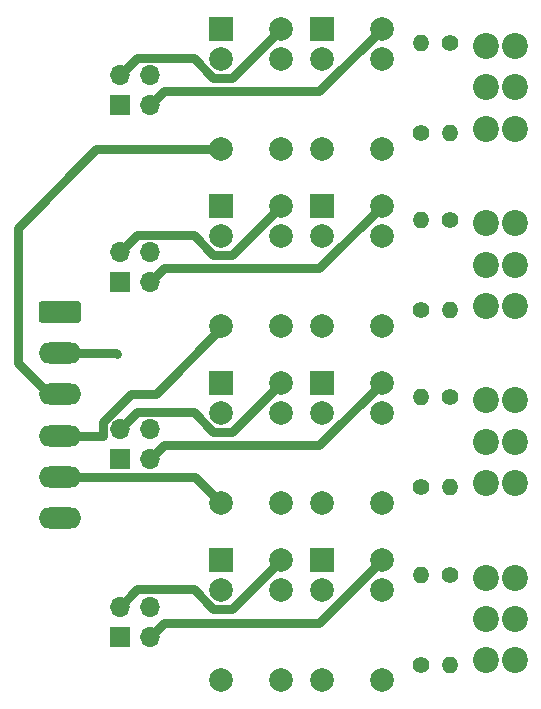
<source format=gbr>
%TF.GenerationSoftware,KiCad,Pcbnew,8.0.8*%
%TF.CreationDate,2025-02-08T23:16:56+01:00*%
%TF.ProjectId,Mk2-relayExtension-THT,4d6b322d-7265-46c6-9179-457874656e73,rev?*%
%TF.SameCoordinates,Original*%
%TF.FileFunction,Copper,L2,Bot*%
%TF.FilePolarity,Positive*%
%FSLAX46Y46*%
G04 Gerber Fmt 4.6, Leading zero omitted, Abs format (unit mm)*
G04 Created by KiCad (PCBNEW 8.0.8) date 2025-02-08 23:16:56*
%MOMM*%
%LPD*%
G01*
G04 APERTURE LIST*
G04 Aperture macros list*
%AMRoundRect*
0 Rectangle with rounded corners*
0 $1 Rounding radius*
0 $2 $3 $4 $5 $6 $7 $8 $9 X,Y pos of 4 corners*
0 Add a 4 corners polygon primitive as box body*
4,1,4,$2,$3,$4,$5,$6,$7,$8,$9,$2,$3,0*
0 Add four circle primitives for the rounded corners*
1,1,$1+$1,$2,$3*
1,1,$1+$1,$4,$5*
1,1,$1+$1,$6,$7*
1,1,$1+$1,$8,$9*
0 Add four rect primitives between the rounded corners*
20,1,$1+$1,$2,$3,$4,$5,0*
20,1,$1+$1,$4,$5,$6,$7,0*
20,1,$1+$1,$6,$7,$8,$9,0*
20,1,$1+$1,$8,$9,$2,$3,0*%
G04 Aperture macros list end*
%TA.AperFunction,ComponentPad*%
%ADD10O,3.600000X1.800000*%
%TD*%
%TA.AperFunction,ComponentPad*%
%ADD11RoundRect,0.250000X-1.550000X0.650000X-1.550000X-0.650000X1.550000X-0.650000X1.550000X0.650000X0*%
%TD*%
%TA.AperFunction,ComponentPad*%
%ADD12R,2.000000X2.000000*%
%TD*%
%TA.AperFunction,ComponentPad*%
%ADD13C,2.000000*%
%TD*%
%TA.AperFunction,ComponentPad*%
%ADD14C,2.200000*%
%TD*%
%TA.AperFunction,ComponentPad*%
%ADD15C,1.400000*%
%TD*%
%TA.AperFunction,ComponentPad*%
%ADD16O,1.400000X1.400000*%
%TD*%
%TA.AperFunction,ComponentPad*%
%ADD17R,1.700000X1.700000*%
%TD*%
%TA.AperFunction,ComponentPad*%
%ADD18O,1.700000X1.700000*%
%TD*%
%TA.AperFunction,ViaPad*%
%ADD19C,0.800000*%
%TD*%
%TA.AperFunction,Conductor*%
%ADD20C,0.800000*%
%TD*%
G04 APERTURE END LIST*
D10*
%TO.P,J401,6,Pin_6*%
%TO.N,/frog/Frog4*%
X200432500Y-120000000D03*
%TO.P,J401,5,Pin_5*%
%TO.N,/frog/Frog3*%
X200432500Y-116500000D03*
%TO.P,J401,4,Pin_4*%
%TO.N,/frog/Frog2*%
X200432500Y-113000000D03*
%TO.P,J401,3,Pin_3*%
%TO.N,/frog/Frog1*%
X200432500Y-109500000D03*
%TO.P,J401,2,Pin_2*%
%TO.N,DCC_B*%
X200432500Y-106000000D03*
D11*
%TO.P,J401,1,Pin_1*%
%TO.N,DCC_A*%
X200432500Y-102500000D03*
%TD*%
D12*
%TO.P,K6,1*%
%TO.N,unconnected-(K6-Pad1)*%
X214092500Y-108542500D03*
D13*
%TO.P,K6,2*%
%TO.N,+12V*%
X214092500Y-111082500D03*
%TO.P,K6,5*%
%TO.N,/frog/Frog3*%
X214092500Y-118702500D03*
%TO.P,K6,6*%
X219172500Y-118702500D03*
%TO.P,K6,9*%
%TO.N,Net-(K6-Pad9)*%
X219172500Y-111082500D03*
%TO.P,K6,10*%
%TO.N,Net-(J501-Pin_2)*%
X219172500Y-108542500D03*
%TD*%
D14*
%TO.P,J702,1,Pin_1*%
%TO.N,/relay4/Coil2*%
X236500000Y-125000000D03*
X239000000Y-125000000D03*
%TO.P,J702,2,Pin_2*%
%TO.N,+12V*%
X236500000Y-128500000D03*
X239000000Y-128500000D03*
%TO.P,J702,3,Pin_3*%
%TO.N,/relay4/Coil1*%
X236500000Y-132000000D03*
X239000000Y-132000000D03*
%TD*%
D12*
%TO.P,K5,1*%
%TO.N,unconnected-(K5-Pad1)*%
X222592500Y-108542500D03*
D13*
%TO.P,K5,2*%
%TO.N,+12V*%
X222592500Y-111082500D03*
%TO.P,K5,5*%
%TO.N,/frog/Frog3*%
X222592500Y-118702500D03*
%TO.P,K5,6*%
X227672500Y-118702500D03*
%TO.P,K5,9*%
%TO.N,Net-(K5-Pad9)*%
X227672500Y-111082500D03*
%TO.P,K5,10*%
%TO.N,Net-(J501-Pin_3)*%
X227672500Y-108542500D03*
%TD*%
D15*
%TO.P,R302,1*%
%TO.N,Net-(K3-Pad9)*%
X231000000Y-102376000D03*
D16*
%TO.P,R302,2*%
%TO.N,/relay2/Coil2*%
X231000000Y-94756000D03*
%TD*%
D12*
%TO.P,K4,1*%
%TO.N,unconnected-(K4-Pad1)*%
X214092500Y-93542500D03*
D13*
%TO.P,K4,2*%
%TO.N,+12V*%
X214092500Y-96082500D03*
%TO.P,K4,5*%
%TO.N,/frog/Frog2*%
X214092500Y-103702500D03*
%TO.P,K4,6*%
X219172500Y-103702500D03*
%TO.P,K4,9*%
%TO.N,Net-(K4-Pad9)*%
X219172500Y-96082500D03*
%TO.P,K4,10*%
%TO.N,Net-(J301-Pin_2)*%
X219172500Y-93542500D03*
%TD*%
D17*
%TO.P,J701,1,Pin_1*%
%TO.N,DCC_A*%
X205500000Y-130000000D03*
D18*
%TO.P,J701,2,Pin_2*%
%TO.N,Net-(J701-Pin_2)*%
X205500000Y-127460000D03*
%TO.P,J701,3,Pin_3*%
%TO.N,Net-(J701-Pin_3)*%
X208040000Y-130000000D03*
%TO.P,J701,4,Pin_4*%
%TO.N,DCC_B*%
X208040000Y-127460000D03*
%TD*%
D15*
%TO.P,R701,1*%
%TO.N,Net-(K8-Pad9)*%
X233500000Y-124756000D03*
D16*
%TO.P,R701,2*%
%TO.N,/relay4/Coil1*%
X233500000Y-132376000D03*
%TD*%
D15*
%TO.P,R501,1*%
%TO.N,Net-(K6-Pad9)*%
X233500000Y-109756000D03*
D16*
%TO.P,R501,2*%
%TO.N,/relay3/Coil1*%
X233500000Y-117376000D03*
%TD*%
D15*
%TO.P,R202,1*%
%TO.N,Net-(K1-Pad9)*%
X231000000Y-87376000D03*
D16*
%TO.P,R202,2*%
%TO.N,/relay1/Coil2*%
X231000000Y-79756000D03*
%TD*%
D12*
%TO.P,K3,1*%
%TO.N,unconnected-(K3-Pad1)*%
X222592500Y-93542500D03*
D13*
%TO.P,K3,2*%
%TO.N,+12V*%
X222592500Y-96082500D03*
%TO.P,K3,5*%
%TO.N,/frog/Frog2*%
X222592500Y-103702500D03*
%TO.P,K3,6*%
X227672500Y-103702500D03*
%TO.P,K3,9*%
%TO.N,Net-(K3-Pad9)*%
X227672500Y-96082500D03*
%TO.P,K3,10*%
%TO.N,Net-(J301-Pin_3)*%
X227672500Y-93542500D03*
%TD*%
D15*
%TO.P,R301,1*%
%TO.N,Net-(K4-Pad9)*%
X233500000Y-94756000D03*
D16*
%TO.P,R301,2*%
%TO.N,/relay2/Coil1*%
X233500000Y-102376000D03*
%TD*%
D17*
%TO.P,J501,1,Pin_1*%
%TO.N,DCC_A*%
X205500000Y-115000000D03*
D18*
%TO.P,J501,2,Pin_2*%
%TO.N,Net-(J501-Pin_2)*%
X205500000Y-112460000D03*
%TO.P,J501,3,Pin_3*%
%TO.N,Net-(J501-Pin_3)*%
X208040000Y-115000000D03*
%TO.P,J501,4,Pin_4*%
%TO.N,DCC_B*%
X208040000Y-112460000D03*
%TD*%
D12*
%TO.P,K8,1*%
%TO.N,unconnected-(K8-Pad1)*%
X214092500Y-123542500D03*
D13*
%TO.P,K8,2*%
%TO.N,+12V*%
X214092500Y-126082500D03*
%TO.P,K8,5*%
%TO.N,/frog/Frog4*%
X214092500Y-133702500D03*
%TO.P,K8,6*%
X219172500Y-133702500D03*
%TO.P,K8,9*%
%TO.N,Net-(K8-Pad9)*%
X219172500Y-126082500D03*
%TO.P,K8,10*%
%TO.N,Net-(J701-Pin_2)*%
X219172500Y-123542500D03*
%TD*%
D12*
%TO.P,K2,1*%
%TO.N,unconnected-(K2-Pad1)*%
X214092500Y-78542500D03*
D13*
%TO.P,K2,2*%
%TO.N,+12V*%
X214092500Y-81082500D03*
%TO.P,K2,5*%
%TO.N,/frog/Frog1*%
X214092500Y-88702500D03*
%TO.P,K2,6*%
X219172500Y-88702500D03*
%TO.P,K2,9*%
%TO.N,Net-(K2-Pad9)*%
X219172500Y-81082500D03*
%TO.P,K2,10*%
%TO.N,Net-(J201-Pin_2)*%
X219172500Y-78542500D03*
%TD*%
D12*
%TO.P,K1,1*%
%TO.N,unconnected-(K1-Pad1)*%
X222592500Y-78542500D03*
D13*
%TO.P,K1,2*%
%TO.N,+12V*%
X222592500Y-81082500D03*
%TO.P,K1,5*%
%TO.N,/frog/Frog1*%
X222592500Y-88702500D03*
%TO.P,K1,6*%
X227672500Y-88702500D03*
%TO.P,K1,9*%
%TO.N,Net-(K1-Pad9)*%
X227672500Y-81082500D03*
%TO.P,K1,10*%
%TO.N,Net-(J201-Pin_3)*%
X227672500Y-78542500D03*
%TD*%
D14*
%TO.P,J302,1,Pin_1*%
%TO.N,/relay2/Coil2*%
X236500000Y-95000000D03*
X239000000Y-95000000D03*
%TO.P,J302,2,Pin_2*%
%TO.N,+12V*%
X236500000Y-98500000D03*
X239000000Y-98500000D03*
%TO.P,J302,3,Pin_3*%
%TO.N,/relay2/Coil1*%
X236500000Y-102000000D03*
X239000000Y-102000000D03*
%TD*%
D12*
%TO.P,K7,1*%
%TO.N,unconnected-(K7-Pad1)*%
X222592500Y-123542500D03*
D13*
%TO.P,K7,2*%
%TO.N,+12V*%
X222592500Y-126082500D03*
%TO.P,K7,5*%
%TO.N,/frog/Frog4*%
X222592500Y-133702500D03*
%TO.P,K7,6*%
X227672500Y-133702500D03*
%TO.P,K7,9*%
%TO.N,Net-(K7-Pad9)*%
X227672500Y-126082500D03*
%TO.P,K7,10*%
%TO.N,Net-(J701-Pin_3)*%
X227672500Y-123542500D03*
%TD*%
D17*
%TO.P,J201,1,Pin_1*%
%TO.N,DCC_A*%
X205500000Y-85000000D03*
D18*
%TO.P,J201,2,Pin_2*%
%TO.N,Net-(J201-Pin_2)*%
X205500000Y-82460000D03*
%TO.P,J201,3,Pin_3*%
%TO.N,Net-(J201-Pin_3)*%
X208040000Y-85000000D03*
%TO.P,J201,4,Pin_4*%
%TO.N,DCC_B*%
X208040000Y-82460000D03*
%TD*%
D17*
%TO.P,J301,1,Pin_1*%
%TO.N,DCC_A*%
X205500000Y-100000000D03*
D18*
%TO.P,J301,2,Pin_2*%
%TO.N,Net-(J301-Pin_2)*%
X205500000Y-97460000D03*
%TO.P,J301,3,Pin_3*%
%TO.N,Net-(J301-Pin_3)*%
X208040000Y-100000000D03*
%TO.P,J301,4,Pin_4*%
%TO.N,DCC_B*%
X208040000Y-97460000D03*
%TD*%
D14*
%TO.P,J502,1,Pin_1*%
%TO.N,/relay3/Coil2*%
X236500000Y-110000000D03*
X239000000Y-110000000D03*
%TO.P,J502,2,Pin_2*%
%TO.N,+12V*%
X236500000Y-113500000D03*
X239000000Y-113500000D03*
%TO.P,J502,3,Pin_3*%
%TO.N,/relay3/Coil1*%
X236500000Y-117000000D03*
X239000000Y-117000000D03*
%TD*%
D15*
%TO.P,R201,1*%
%TO.N,Net-(K2-Pad9)*%
X233500000Y-79756000D03*
D16*
%TO.P,R201,2*%
%TO.N,/relay1/Coil1*%
X233500000Y-87376000D03*
%TD*%
D15*
%TO.P,R502,1*%
%TO.N,Net-(K5-Pad9)*%
X231000000Y-117376000D03*
D16*
%TO.P,R502,2*%
%TO.N,/relay3/Coil2*%
X231000000Y-109756000D03*
%TD*%
D14*
%TO.P,J202,1,Pin_1*%
%TO.N,/relay1/Coil2*%
X236500000Y-80000000D03*
X239000000Y-80000000D03*
%TO.P,J202,2,Pin_2*%
%TO.N,+12V*%
X236500000Y-83500000D03*
X239000000Y-83500000D03*
%TO.P,J202,3,Pin_3*%
%TO.N,/relay1/Coil1*%
X236500000Y-87000000D03*
X239000000Y-87000000D03*
%TD*%
D15*
%TO.P,R702,1*%
%TO.N,Net-(K7-Pad9)*%
X231000000Y-132376000D03*
D16*
%TO.P,R702,2*%
%TO.N,/relay4/Coil2*%
X231000000Y-124756000D03*
%TD*%
D19*
%TO.N,DCC_B*%
X205232000Y-106045000D03*
%TD*%
D20*
%TO.N,DCC_B*%
X205187000Y-106000000D02*
X200432500Y-106000000D01*
X205232000Y-106045000D02*
X205187000Y-106000000D01*
%TO.N,/frog/Frog2*%
X214092500Y-103915500D02*
X214092500Y-103702500D01*
X206435390Y-109474000D02*
X208534000Y-109474000D01*
X204050000Y-113000000D02*
X204050000Y-111859390D01*
X208534000Y-109474000D02*
X214092500Y-103915500D01*
X200432500Y-113000000D02*
X204050000Y-113000000D01*
X204050000Y-111859390D02*
X206435390Y-109474000D01*
%TO.N,/frog/Frog1*%
X196850000Y-95377000D02*
X203524500Y-88702500D01*
X196850000Y-106807000D02*
X196850000Y-95377000D01*
X199543000Y-109500000D02*
X196850000Y-106807000D01*
X203524500Y-88702500D02*
X214092500Y-88702500D01*
X200432500Y-109500000D02*
X199543000Y-109500000D01*
%TO.N,Net-(J201-Pin_3)*%
X227672500Y-78542500D02*
X222395000Y-83820000D01*
X222395000Y-83820000D02*
X209220000Y-83820000D01*
X209220000Y-83820000D02*
X208040000Y-85000000D01*
%TO.N,Net-(J201-Pin_2)*%
X206950000Y-81010000D02*
X211757258Y-81010000D01*
X213429758Y-82682500D02*
X215032500Y-82682500D01*
X215032500Y-82682500D02*
X219172500Y-78542500D01*
X211757258Y-81010000D02*
X213429758Y-82682500D01*
X205500000Y-82460000D02*
X206950000Y-81010000D01*
%TO.N,Net-(J301-Pin_2)*%
X211757258Y-96010000D02*
X213429758Y-97682500D01*
X206950000Y-96010000D02*
X211757258Y-96010000D01*
X213429758Y-97682500D02*
X215032500Y-97682500D01*
X205500000Y-97460000D02*
X206950000Y-96010000D01*
X215032500Y-97682500D02*
X219172500Y-93542500D01*
%TO.N,Net-(J301-Pin_3)*%
X209220000Y-98820000D02*
X208040000Y-100000000D01*
X222395000Y-98820000D02*
X209220000Y-98820000D01*
X227672500Y-93542500D02*
X222395000Y-98820000D01*
%TO.N,/frog/Frog3*%
X211890000Y-116500000D02*
X214092500Y-118702500D01*
X200432500Y-116500000D02*
X211890000Y-116500000D01*
%TO.N,Net-(J501-Pin_2)*%
X205500000Y-112460000D02*
X206950000Y-111010000D01*
X215032500Y-112682500D02*
X219172500Y-108542500D01*
X211757258Y-111010000D02*
X213429758Y-112682500D01*
X213429758Y-112682500D02*
X215032500Y-112682500D01*
X206950000Y-111010000D02*
X211757258Y-111010000D01*
%TO.N,Net-(J501-Pin_3)*%
X209220000Y-113820000D02*
X208040000Y-115000000D01*
X222395000Y-113820000D02*
X209220000Y-113820000D01*
X227672500Y-108542500D02*
X222395000Y-113820000D01*
%TO.N,Net-(J701-Pin_3)*%
X209220000Y-128820000D02*
X208040000Y-130000000D01*
X227672500Y-123542500D02*
X222395000Y-128820000D01*
X222395000Y-128820000D02*
X209220000Y-128820000D01*
%TO.N,Net-(J701-Pin_2)*%
X205500000Y-127460000D02*
X206950000Y-126010000D01*
X206950000Y-126010000D02*
X211757258Y-126010000D01*
X213429758Y-127682500D02*
X215032500Y-127682500D01*
X211757258Y-126010000D02*
X213429758Y-127682500D01*
X215032500Y-127682500D02*
X219172500Y-123542500D01*
%TD*%
M02*

</source>
